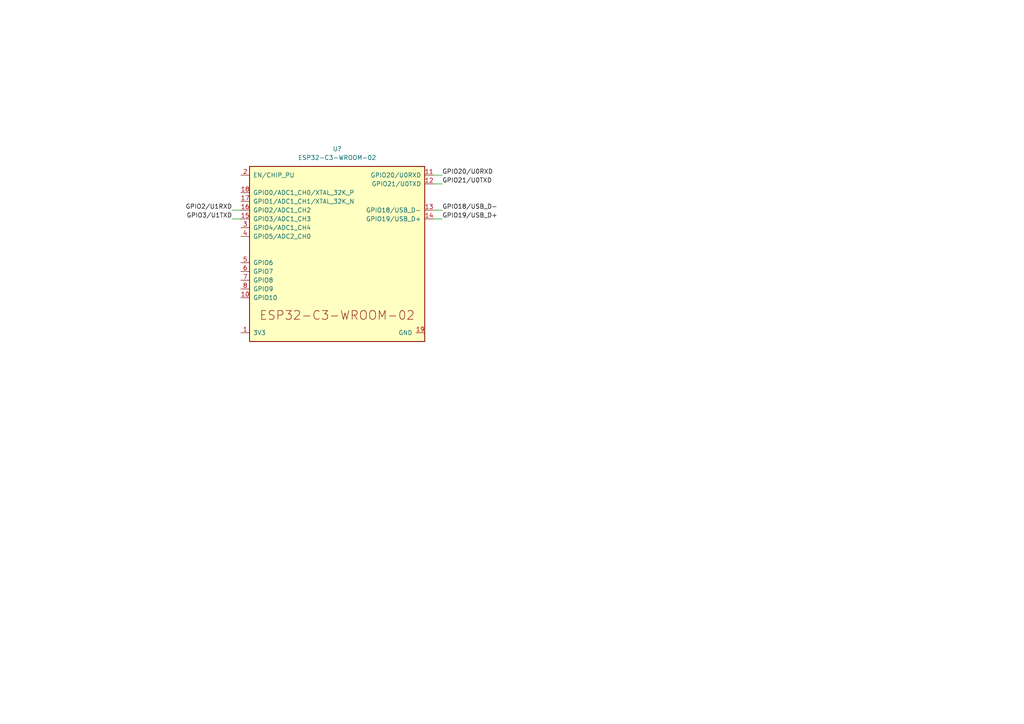
<source format=kicad_sch>
(kicad_sch (version 20211123) (generator eeschema)
  (paper "A4")
  (lib_symbols
    (symbol "Espressif:ESP32-C3-WROOM-02" (pin_names (offset 1.016))
      (property "Reference" "U" (at -25.4 30.48 0))
      (property "Value" "ESP32-C3-WROOM-02" (at -25.4 27.94 0))
      (symbol "ESP32-C3-WROOM-02_0_0"
        (text "ESP32-C3-WROOM-02" (at 0 -17.78 0) (effects (font (size 2.54 2.54))))
      )
      (symbol "ESP32-C3-WROOM-02_0_1"
        (rectangle (start -25.4 25.4) (end 25.4 -25.4) (stroke (width 0.254)) (fill (type background)))
      )
      (symbol "ESP32-C3-WROOM-02_1_1"
        (pin power_in line (at -27.94 -22.86 0) (length 2.54) (name "3V3") (number "1"))
        (pin bidirectional line (at -27.94 -12.7 0) (length 2.54) (name "GPIO10") (number "10"))
        (pin bidirectional line (at 27.94 22.86 180) (length 2.54) (name "GPIO20/U0RXD") (number "11"))
        (pin bidirectional line (at 27.94 20.32 180) (length 2.54) (name "GPIO21/U0TXD") (number "12"))
        (pin bidirectional line (at 27.94 12.7 180) (length 2.54) (name "GPIO18/USB_D-") (number "13"))
        (pin bidirectional line (at 27.94 10.16 180) (length 2.54) (name "GPIO19/USB_D+") (number "14"))
        (pin bidirectional line (at -27.94 10.16 0) (length 2.54) (name "GPIO3/ADC1_CH3") (number "15"))
        (pin bidirectional line (at -27.94 12.7 0) (length 2.54) (name "GPIO2/ADC1_CH2") (number "16"))
        (pin bidirectional line (at -27.94 15.24 0) (length 2.54) (name "GPIO1/ADC1_CH1/XTAL_32K_N") (number "17"))
        (pin bidirectional line (at -27.94 17.78 0) (length 2.54) (name "GPIO0/ADC1_CH0/XTAL_32K_P") (number "18"))
        (pin passive line (at 25.4 -22.86 180) (length 2.54) (name "GND") (number "19"))
        (pin input line (at -27.94 22.86 0) (length 2.54) (name "EN/CHIP_PU") (number "2"))
        (pin bidirectional line (at -27.94 7.62 0) (length 2.54) (name "GPIO4/ADC1_CH4") (number "3"))
        (pin bidirectional line (at -27.94 5.08 0) (length 2.54) (name "GPIO5/ADC2_CH0") (number "4"))
        (pin bidirectional line (at -27.94 -2.54 0) (length 2.54) (name "GPIO6") (number "5"))
        (pin bidirectional line (at -27.94 -5.08 0) (length 2.54) (name "GPIO7") (number "6"))
        (pin bidirectional line (at -27.94 -7.62 0) (length 2.54) (name "GPIO8") (number "7"))
        (pin bidirectional line (at -27.94 -10.16 0) (length 2.54) (name "GPIO9") (number "8"))
        (pin power_in line (at 25.4 -22.86 180) (length 2.54) hide (name "GND") (number "9"))
      )
    )
  )
  (wire (pts (xy 69.85 63.5) (xy 67.31 63.5)))
  (wire (pts (xy 125.73 60.96) (xy 128.27 60.96)))
  (wire (pts (xy 69.85 60.96) (xy 67.31 60.96)))
  (wire (pts (xy 125.73 50.8) (xy 128.27 50.8)))
  (wire (pts (xy 125.73 63.5) (xy 128.27 63.5)))
  (wire (pts (xy 125.73 53.34) (xy 128.27 53.34)))
  (label "GPIO2{slash}U1RXD" (at 67.31 60.96 180))
  (label "GPIO21{slash}U0TXD" (at 128.27 53.34 0))
  (label "GPIO18{slash}USB_D-" (at 128.27 60.96 0))
  (label "GPIO3{slash}U1TXD" (at 67.31 63.5 180))
  (label "GPIO20{slash}U0RXD" (at 128.27 50.8 0))
  (label "GPIO19{slash}USB_D+" (at 128.27 63.5 0))
  (symbol (lib_id "Espressif:ESP32-C3-WROOM-02") (at 97.79 73.66 0) (unit 1)
    (property "Reference" "U?" (at 97.79 43.18 0))
    (property "Value" "ESP32-C3-WROOM-02" (at 97.79 45.72 0))
    (property "Footprint" "Espressif:ESP32-C3-WROOM-02U" (effects hide))
    (property "Datasheet" "https://www.espressif.com/sites/default/files/documentation/esp32-c3-wroom-02_datasheet_en.pdf" (effects hide))
  )
)
</source>
